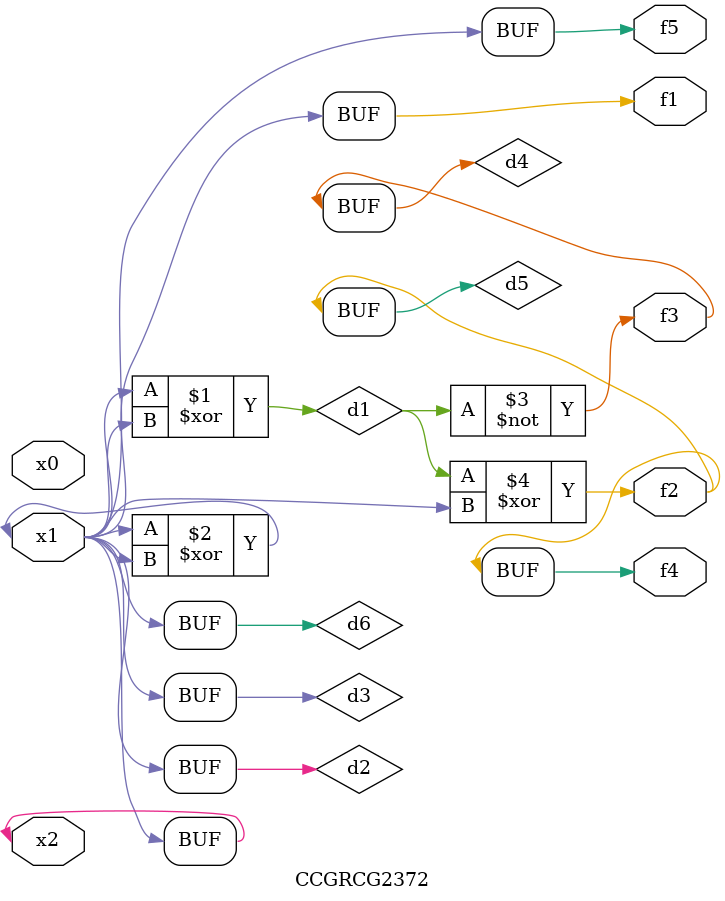
<source format=v>
module CCGRCG2372(
	input x0, x1, x2,
	output f1, f2, f3, f4, f5
);

	wire d1, d2, d3, d4, d5, d6;

	xor (d1, x1, x2);
	buf (d2, x1, x2);
	xor (d3, x1, x2);
	nor (d4, d1);
	xor (d5, d1, d2);
	buf (d6, d2, d3);
	assign f1 = d6;
	assign f2 = d5;
	assign f3 = d4;
	assign f4 = d5;
	assign f5 = d6;
endmodule

</source>
